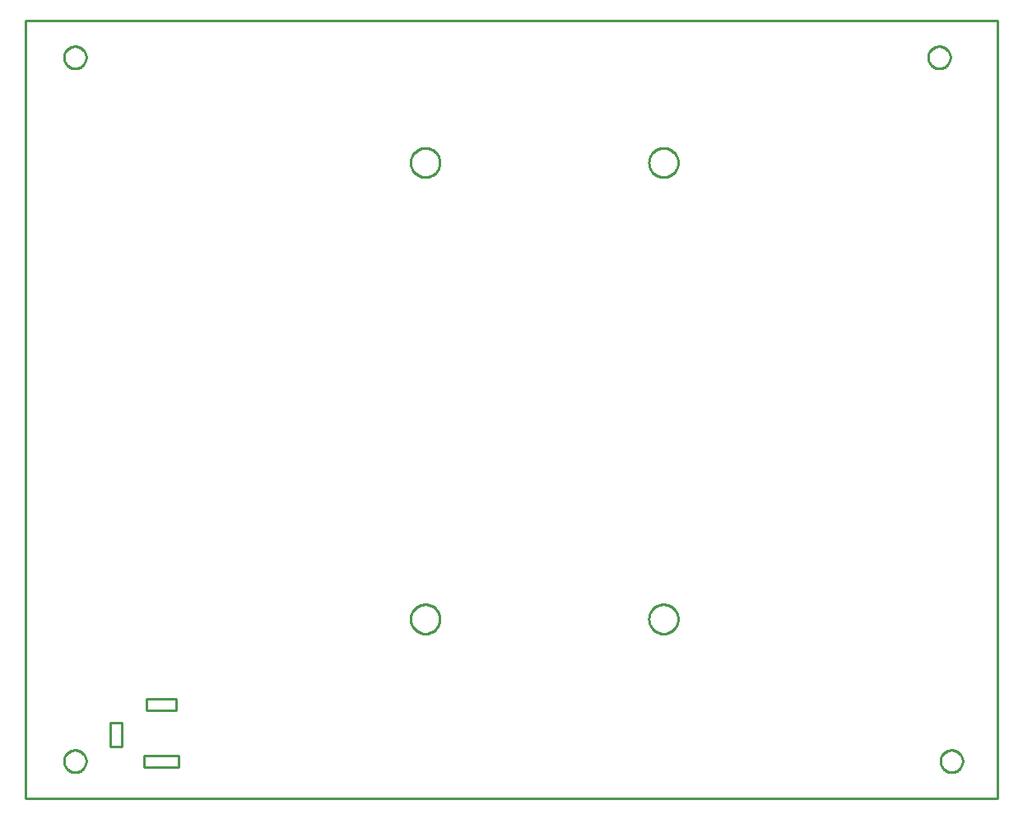
<source format=gbr>
G04 EAGLE Gerber RS-274X export*
G75*
%MOMM*%
%FSLAX34Y34*%
%LPD*%
%IN*%
%IPPOS*%
%AMOC8*
5,1,8,0,0,1.08239X$1,22.5*%
G01*
%ADD10C,0.254000*%


D10*
X0Y0D02*
X1000000Y0D01*
X1000000Y800000D01*
X0Y800000D01*
X0Y0D01*
X124700Y90600D02*
X154700Y90600D01*
X154700Y102600D01*
X124700Y102600D01*
X124700Y90600D01*
X86700Y53100D02*
X98700Y53100D01*
X98700Y78100D01*
X86700Y78100D01*
X86700Y53100D01*
X122200Y31600D02*
X157200Y31600D01*
X157200Y43600D01*
X122200Y43600D01*
X122200Y31600D01*
X62230Y761551D02*
X62160Y760656D01*
X62019Y759768D01*
X61809Y758895D01*
X61532Y758041D01*
X61188Y757211D01*
X60780Y756411D01*
X60311Y755645D01*
X59783Y754918D01*
X59200Y754235D01*
X58565Y753600D01*
X57882Y753017D01*
X57155Y752489D01*
X56389Y752020D01*
X55589Y751612D01*
X54759Y751268D01*
X53905Y750991D01*
X53032Y750781D01*
X52145Y750640D01*
X51249Y750570D01*
X50351Y750570D01*
X49456Y750640D01*
X48568Y750781D01*
X47695Y750991D01*
X46841Y751268D01*
X46011Y751612D01*
X45211Y752020D01*
X44445Y752489D01*
X43718Y753017D01*
X43035Y753600D01*
X42400Y754235D01*
X41817Y754918D01*
X41289Y755645D01*
X40820Y756411D01*
X40412Y757211D01*
X40068Y758041D01*
X39791Y758895D01*
X39581Y759768D01*
X39440Y760656D01*
X39370Y761551D01*
X39370Y762449D01*
X39440Y763345D01*
X39581Y764232D01*
X39791Y765105D01*
X40068Y765959D01*
X40412Y766789D01*
X40820Y767589D01*
X41289Y768355D01*
X41817Y769082D01*
X42400Y769765D01*
X43035Y770400D01*
X43718Y770983D01*
X44445Y771511D01*
X45211Y771980D01*
X46011Y772388D01*
X46841Y772732D01*
X47695Y773009D01*
X48568Y773219D01*
X49456Y773360D01*
X50351Y773430D01*
X51249Y773430D01*
X52145Y773360D01*
X53032Y773219D01*
X53905Y773009D01*
X54759Y772732D01*
X55589Y772388D01*
X56389Y771980D01*
X57155Y771511D01*
X57882Y770983D01*
X58565Y770400D01*
X59200Y769765D01*
X59783Y769082D01*
X60311Y768355D01*
X60780Y767589D01*
X61188Y766789D01*
X61532Y765959D01*
X61809Y765105D01*
X62019Y764232D01*
X62160Y763345D01*
X62230Y762449D01*
X62230Y761551D01*
X951230Y761551D02*
X951160Y760656D01*
X951019Y759768D01*
X950809Y758895D01*
X950532Y758041D01*
X950188Y757211D01*
X949780Y756411D01*
X949311Y755645D01*
X948783Y754918D01*
X948200Y754235D01*
X947565Y753600D01*
X946882Y753017D01*
X946155Y752489D01*
X945389Y752020D01*
X944589Y751612D01*
X943759Y751268D01*
X942905Y750991D01*
X942032Y750781D01*
X941145Y750640D01*
X940249Y750570D01*
X939351Y750570D01*
X938456Y750640D01*
X937568Y750781D01*
X936695Y750991D01*
X935841Y751268D01*
X935011Y751612D01*
X934211Y752020D01*
X933445Y752489D01*
X932718Y753017D01*
X932035Y753600D01*
X931400Y754235D01*
X930817Y754918D01*
X930289Y755645D01*
X929820Y756411D01*
X929412Y757211D01*
X929068Y758041D01*
X928791Y758895D01*
X928581Y759768D01*
X928440Y760656D01*
X928370Y761551D01*
X928370Y762449D01*
X928440Y763345D01*
X928581Y764232D01*
X928791Y765105D01*
X929068Y765959D01*
X929412Y766789D01*
X929820Y767589D01*
X930289Y768355D01*
X930817Y769082D01*
X931400Y769765D01*
X932035Y770400D01*
X932718Y770983D01*
X933445Y771511D01*
X934211Y771980D01*
X935011Y772388D01*
X935841Y772732D01*
X936695Y773009D01*
X937568Y773219D01*
X938456Y773360D01*
X939351Y773430D01*
X940249Y773430D01*
X941145Y773360D01*
X942032Y773219D01*
X942905Y773009D01*
X943759Y772732D01*
X944589Y772388D01*
X945389Y771980D01*
X946155Y771511D01*
X946882Y770983D01*
X947565Y770400D01*
X948200Y769765D01*
X948783Y769082D01*
X949311Y768355D01*
X949780Y767589D01*
X950188Y766789D01*
X950532Y765959D01*
X950809Y765105D01*
X951019Y764232D01*
X951160Y763345D01*
X951230Y762449D01*
X951230Y761551D01*
X62230Y37651D02*
X62160Y36756D01*
X62019Y35868D01*
X61809Y34995D01*
X61532Y34141D01*
X61188Y33311D01*
X60780Y32511D01*
X60311Y31745D01*
X59783Y31018D01*
X59200Y30335D01*
X58565Y29700D01*
X57882Y29117D01*
X57155Y28589D01*
X56389Y28120D01*
X55589Y27712D01*
X54759Y27368D01*
X53905Y27091D01*
X53032Y26881D01*
X52145Y26740D01*
X51249Y26670D01*
X50351Y26670D01*
X49456Y26740D01*
X48568Y26881D01*
X47695Y27091D01*
X46841Y27368D01*
X46011Y27712D01*
X45211Y28120D01*
X44445Y28589D01*
X43718Y29117D01*
X43035Y29700D01*
X42400Y30335D01*
X41817Y31018D01*
X41289Y31745D01*
X40820Y32511D01*
X40412Y33311D01*
X40068Y34141D01*
X39791Y34995D01*
X39581Y35868D01*
X39440Y36756D01*
X39370Y37651D01*
X39370Y38549D01*
X39440Y39445D01*
X39581Y40332D01*
X39791Y41205D01*
X40068Y42059D01*
X40412Y42889D01*
X40820Y43689D01*
X41289Y44455D01*
X41817Y45182D01*
X42400Y45865D01*
X43035Y46500D01*
X43718Y47083D01*
X44445Y47611D01*
X45211Y48080D01*
X46011Y48488D01*
X46841Y48832D01*
X47695Y49109D01*
X48568Y49319D01*
X49456Y49460D01*
X50351Y49530D01*
X51249Y49530D01*
X52145Y49460D01*
X53032Y49319D01*
X53905Y49109D01*
X54759Y48832D01*
X55589Y48488D01*
X56389Y48080D01*
X57155Y47611D01*
X57882Y47083D01*
X58565Y46500D01*
X59200Y45865D01*
X59783Y45182D01*
X60311Y44455D01*
X60780Y43689D01*
X61188Y42889D01*
X61532Y42059D01*
X61809Y41205D01*
X62019Y40332D01*
X62160Y39445D01*
X62230Y38549D01*
X62230Y37651D01*
X963930Y37651D02*
X963860Y36756D01*
X963719Y35868D01*
X963509Y34995D01*
X963232Y34141D01*
X962888Y33311D01*
X962480Y32511D01*
X962011Y31745D01*
X961483Y31018D01*
X960900Y30335D01*
X960265Y29700D01*
X959582Y29117D01*
X958855Y28589D01*
X958089Y28120D01*
X957289Y27712D01*
X956459Y27368D01*
X955605Y27091D01*
X954732Y26881D01*
X953845Y26740D01*
X952949Y26670D01*
X952051Y26670D01*
X951156Y26740D01*
X950268Y26881D01*
X949395Y27091D01*
X948541Y27368D01*
X947711Y27712D01*
X946911Y28120D01*
X946145Y28589D01*
X945418Y29117D01*
X944735Y29700D01*
X944100Y30335D01*
X943517Y31018D01*
X942989Y31745D01*
X942520Y32511D01*
X942112Y33311D01*
X941768Y34141D01*
X941491Y34995D01*
X941281Y35868D01*
X941140Y36756D01*
X941070Y37651D01*
X941070Y38549D01*
X941140Y39445D01*
X941281Y40332D01*
X941491Y41205D01*
X941768Y42059D01*
X942112Y42889D01*
X942520Y43689D01*
X942989Y44455D01*
X943517Y45182D01*
X944100Y45865D01*
X944735Y46500D01*
X945418Y47083D01*
X946145Y47611D01*
X946911Y48080D01*
X947711Y48488D01*
X948541Y48832D01*
X949395Y49109D01*
X950268Y49319D01*
X951156Y49460D01*
X952051Y49530D01*
X952949Y49530D01*
X953845Y49460D01*
X954732Y49319D01*
X955605Y49109D01*
X956459Y48832D01*
X957289Y48488D01*
X958089Y48080D01*
X958855Y47611D01*
X959582Y47083D01*
X960265Y46500D01*
X960900Y45865D01*
X961483Y45182D01*
X962011Y44455D01*
X962480Y43689D01*
X962888Y42889D01*
X963232Y42059D01*
X963509Y41205D01*
X963719Y40332D01*
X963860Y39445D01*
X963930Y38549D01*
X963930Y37651D01*
X641200Y654386D02*
X641276Y655454D01*
X641429Y656515D01*
X641657Y657562D01*
X641959Y658590D01*
X642333Y659594D01*
X642778Y660569D01*
X643292Y661509D01*
X643871Y662410D01*
X644513Y663268D01*
X645215Y664078D01*
X645972Y664835D01*
X646782Y665537D01*
X647640Y666179D01*
X648541Y666758D01*
X649481Y667272D01*
X650456Y667717D01*
X651460Y668091D01*
X652488Y668393D01*
X653535Y668621D01*
X654596Y668774D01*
X655664Y668850D01*
X656736Y668850D01*
X657804Y668774D01*
X658865Y668621D01*
X659912Y668393D01*
X660940Y668091D01*
X661944Y667717D01*
X662919Y667272D01*
X663859Y666758D01*
X664760Y666179D01*
X665618Y665537D01*
X666428Y664835D01*
X667185Y664078D01*
X667887Y663268D01*
X668529Y662410D01*
X669108Y661509D01*
X669622Y660569D01*
X670067Y659594D01*
X670441Y658590D01*
X670743Y657562D01*
X670971Y656515D01*
X671124Y655454D01*
X671200Y654386D01*
X671200Y653314D01*
X671124Y652246D01*
X670971Y651185D01*
X670743Y650138D01*
X670441Y649110D01*
X670067Y648106D01*
X669622Y647131D01*
X669108Y646191D01*
X668529Y645290D01*
X667887Y644432D01*
X667185Y643622D01*
X666428Y642865D01*
X665618Y642163D01*
X664760Y641521D01*
X663859Y640942D01*
X662919Y640428D01*
X661944Y639983D01*
X660940Y639609D01*
X659912Y639307D01*
X658865Y639079D01*
X657804Y638926D01*
X656736Y638850D01*
X655664Y638850D01*
X654596Y638926D01*
X653535Y639079D01*
X652488Y639307D01*
X651460Y639609D01*
X650456Y639983D01*
X649481Y640428D01*
X648541Y640942D01*
X647640Y641521D01*
X646782Y642163D01*
X645972Y642865D01*
X645215Y643622D01*
X644513Y644432D01*
X643871Y645290D01*
X643292Y646191D01*
X642778Y647131D01*
X642333Y648106D01*
X641959Y649110D01*
X641657Y650138D01*
X641429Y651185D01*
X641276Y652246D01*
X641200Y653314D01*
X641200Y654386D01*
X396100Y654386D02*
X396176Y655454D01*
X396329Y656515D01*
X396557Y657562D01*
X396859Y658590D01*
X397233Y659594D01*
X397678Y660569D01*
X398192Y661509D01*
X398771Y662410D01*
X399413Y663268D01*
X400115Y664078D01*
X400872Y664835D01*
X401682Y665537D01*
X402540Y666179D01*
X403441Y666758D01*
X404381Y667272D01*
X405356Y667717D01*
X406360Y668091D01*
X407388Y668393D01*
X408435Y668621D01*
X409496Y668774D01*
X410564Y668850D01*
X411636Y668850D01*
X412704Y668774D01*
X413765Y668621D01*
X414812Y668393D01*
X415840Y668091D01*
X416844Y667717D01*
X417819Y667272D01*
X418759Y666758D01*
X419660Y666179D01*
X420518Y665537D01*
X421328Y664835D01*
X422085Y664078D01*
X422787Y663268D01*
X423429Y662410D01*
X424008Y661509D01*
X424522Y660569D01*
X424967Y659594D01*
X425341Y658590D01*
X425643Y657562D01*
X425871Y656515D01*
X426024Y655454D01*
X426100Y654386D01*
X426100Y653314D01*
X426024Y652246D01*
X425871Y651185D01*
X425643Y650138D01*
X425341Y649110D01*
X424967Y648106D01*
X424522Y647131D01*
X424008Y646191D01*
X423429Y645290D01*
X422787Y644432D01*
X422085Y643622D01*
X421328Y642865D01*
X420518Y642163D01*
X419660Y641521D01*
X418759Y640942D01*
X417819Y640428D01*
X416844Y639983D01*
X415840Y639609D01*
X414812Y639307D01*
X413765Y639079D01*
X412704Y638926D01*
X411636Y638850D01*
X410564Y638850D01*
X409496Y638926D01*
X408435Y639079D01*
X407388Y639307D01*
X406360Y639609D01*
X405356Y639983D01*
X404381Y640428D01*
X403441Y640942D01*
X402540Y641521D01*
X401682Y642163D01*
X400872Y642865D01*
X400115Y643622D01*
X399413Y644432D01*
X398771Y645290D01*
X398192Y646191D01*
X397678Y647131D01*
X397233Y648106D01*
X396859Y649110D01*
X396557Y650138D01*
X396329Y651185D01*
X396176Y652246D01*
X396100Y653314D01*
X396100Y654386D01*
X396100Y184886D02*
X396176Y185954D01*
X396329Y187015D01*
X396557Y188062D01*
X396859Y189090D01*
X397233Y190094D01*
X397678Y191069D01*
X398192Y192009D01*
X398771Y192910D01*
X399413Y193768D01*
X400115Y194578D01*
X400872Y195335D01*
X401682Y196037D01*
X402540Y196679D01*
X403441Y197258D01*
X404381Y197772D01*
X405356Y198217D01*
X406360Y198591D01*
X407388Y198893D01*
X408435Y199121D01*
X409496Y199274D01*
X410564Y199350D01*
X411636Y199350D01*
X412704Y199274D01*
X413765Y199121D01*
X414812Y198893D01*
X415840Y198591D01*
X416844Y198217D01*
X417819Y197772D01*
X418759Y197258D01*
X419660Y196679D01*
X420518Y196037D01*
X421328Y195335D01*
X422085Y194578D01*
X422787Y193768D01*
X423429Y192910D01*
X424008Y192009D01*
X424522Y191069D01*
X424967Y190094D01*
X425341Y189090D01*
X425643Y188062D01*
X425871Y187015D01*
X426024Y185954D01*
X426100Y184886D01*
X426100Y183814D01*
X426024Y182746D01*
X425871Y181685D01*
X425643Y180638D01*
X425341Y179610D01*
X424967Y178606D01*
X424522Y177631D01*
X424008Y176691D01*
X423429Y175790D01*
X422787Y174932D01*
X422085Y174122D01*
X421328Y173365D01*
X420518Y172663D01*
X419660Y172021D01*
X418759Y171442D01*
X417819Y170928D01*
X416844Y170483D01*
X415840Y170109D01*
X414812Y169807D01*
X413765Y169579D01*
X412704Y169426D01*
X411636Y169350D01*
X410564Y169350D01*
X409496Y169426D01*
X408435Y169579D01*
X407388Y169807D01*
X406360Y170109D01*
X405356Y170483D01*
X404381Y170928D01*
X403441Y171442D01*
X402540Y172021D01*
X401682Y172663D01*
X400872Y173365D01*
X400115Y174122D01*
X399413Y174932D01*
X398771Y175790D01*
X398192Y176691D01*
X397678Y177631D01*
X397233Y178606D01*
X396859Y179610D01*
X396557Y180638D01*
X396329Y181685D01*
X396176Y182746D01*
X396100Y183814D01*
X396100Y184886D01*
X641200Y184886D02*
X641276Y185954D01*
X641429Y187015D01*
X641657Y188062D01*
X641959Y189090D01*
X642333Y190094D01*
X642778Y191069D01*
X643292Y192009D01*
X643871Y192910D01*
X644513Y193768D01*
X645215Y194578D01*
X645972Y195335D01*
X646782Y196037D01*
X647640Y196679D01*
X648541Y197258D01*
X649481Y197772D01*
X650456Y198217D01*
X651460Y198591D01*
X652488Y198893D01*
X653535Y199121D01*
X654596Y199274D01*
X655664Y199350D01*
X656736Y199350D01*
X657804Y199274D01*
X658865Y199121D01*
X659912Y198893D01*
X660940Y198591D01*
X661944Y198217D01*
X662919Y197772D01*
X663859Y197258D01*
X664760Y196679D01*
X665618Y196037D01*
X666428Y195335D01*
X667185Y194578D01*
X667887Y193768D01*
X668529Y192910D01*
X669108Y192009D01*
X669622Y191069D01*
X670067Y190094D01*
X670441Y189090D01*
X670743Y188062D01*
X670971Y187015D01*
X671124Y185954D01*
X671200Y184886D01*
X671200Y183814D01*
X671124Y182746D01*
X670971Y181685D01*
X670743Y180638D01*
X670441Y179610D01*
X670067Y178606D01*
X669622Y177631D01*
X669108Y176691D01*
X668529Y175790D01*
X667887Y174932D01*
X667185Y174122D01*
X666428Y173365D01*
X665618Y172663D01*
X664760Y172021D01*
X663859Y171442D01*
X662919Y170928D01*
X661944Y170483D01*
X660940Y170109D01*
X659912Y169807D01*
X658865Y169579D01*
X657804Y169426D01*
X656736Y169350D01*
X655664Y169350D01*
X654596Y169426D01*
X653535Y169579D01*
X652488Y169807D01*
X651460Y170109D01*
X650456Y170483D01*
X649481Y170928D01*
X648541Y171442D01*
X647640Y172021D01*
X646782Y172663D01*
X645972Y173365D01*
X645215Y174122D01*
X644513Y174932D01*
X643871Y175790D01*
X643292Y176691D01*
X642778Y177631D01*
X642333Y178606D01*
X641959Y179610D01*
X641657Y180638D01*
X641429Y181685D01*
X641276Y182746D01*
X641200Y183814D01*
X641200Y184886D01*
M02*

</source>
